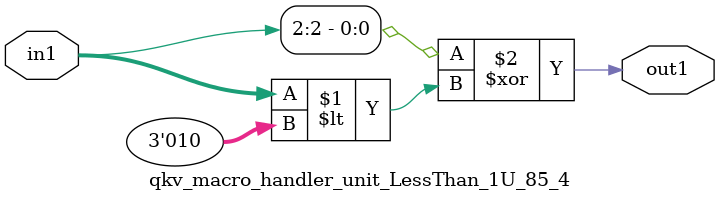
<source format=v>

`timescale 1ps / 1ps


module qkv_macro_handler_unit_LessThan_1U_85_4( in1, out1 );

    input [2:0] in1;
    output out1;

    
    // rtl_process:qkv_macro_handler_unit_LessThan_1U_85_4/qkv_macro_handler_unit_LessThan_1U_85_4_thread_1
    assign out1 = (in1[2] ^ in1 < 3'd2);

endmodule


</source>
